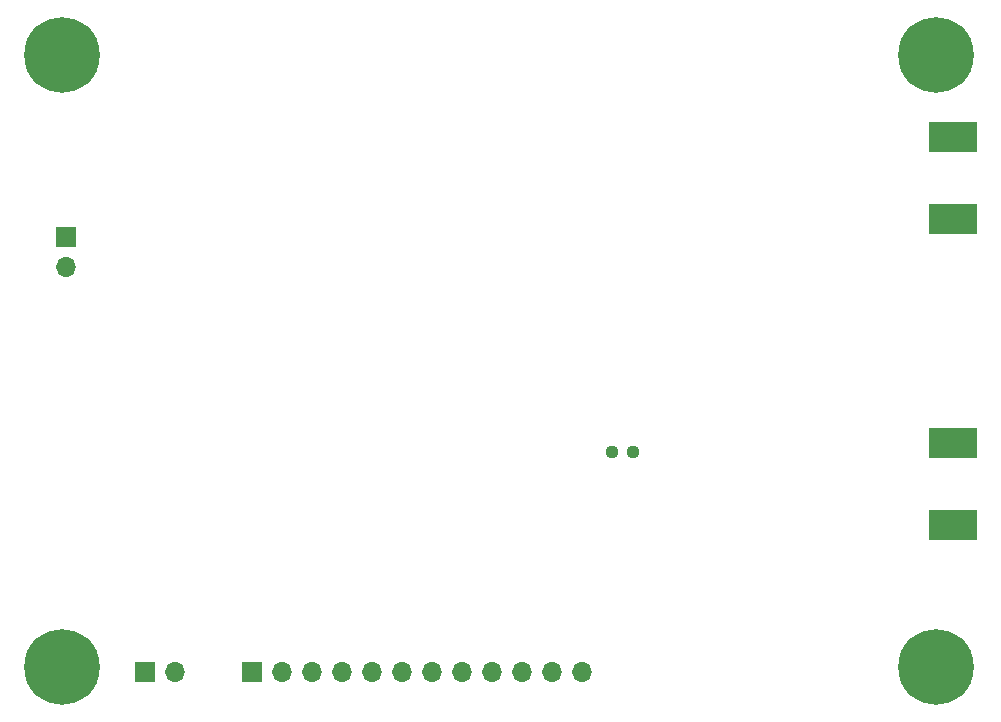
<source format=gbr>
%TF.GenerationSoftware,KiCad,Pcbnew,6.0.6-3a73a75311~116~ubuntu20.04.1*%
%TF.CreationDate,2022-09-22T11:08:13+01:00*%
%TF.ProjectId,UFOMothership,55464f4d-6f74-4686-9572-736869702e6b,rev?*%
%TF.SameCoordinates,Original*%
%TF.FileFunction,Soldermask,Bot*%
%TF.FilePolarity,Negative*%
%FSLAX46Y46*%
G04 Gerber Fmt 4.6, Leading zero omitted, Abs format (unit mm)*
G04 Created by KiCad (PCBNEW 6.0.6-3a73a75311~116~ubuntu20.04.1) date 2022-09-22 11:08:13*
%MOMM*%
%LPD*%
G01*
G04 APERTURE LIST*
G04 Aperture macros list*
%AMRoundRect*
0 Rectangle with rounded corners*
0 $1 Rounding radius*
0 $2 $3 $4 $5 $6 $7 $8 $9 X,Y pos of 4 corners*
0 Add a 4 corners polygon primitive as box body*
4,1,4,$2,$3,$4,$5,$6,$7,$8,$9,$2,$3,0*
0 Add four circle primitives for the rounded corners*
1,1,$1+$1,$2,$3*
1,1,$1+$1,$4,$5*
1,1,$1+$1,$6,$7*
1,1,$1+$1,$8,$9*
0 Add four rect primitives between the rounded corners*
20,1,$1+$1,$2,$3,$4,$5,0*
20,1,$1+$1,$4,$5,$6,$7,0*
20,1,$1+$1,$6,$7,$8,$9,0*
20,1,$1+$1,$8,$9,$2,$3,0*%
G04 Aperture macros list end*
%ADD10C,0.800000*%
%ADD11C,6.400000*%
%ADD12R,1.700000X1.700000*%
%ADD13O,1.700000X1.700000*%
%ADD14R,4.190000X2.665000*%
%ADD15RoundRect,0.237500X-0.250000X-0.237500X0.250000X-0.237500X0.250000X0.237500X-0.250000X0.237500X0*%
G04 APERTURE END LIST*
D10*
%TO.C,REF\u002A\u002A*%
X206200000Y-110600000D03*
D11*
X206200000Y-108200000D03*
D10*
X207897056Y-106502944D03*
X204502944Y-106502944D03*
X207897056Y-109897056D03*
X204502944Y-109897056D03*
X203800000Y-108200000D03*
X206200000Y-105800000D03*
X208600000Y-108200000D03*
%TD*%
D11*
%TO.C,REF\u002A\u002A*%
X206200000Y-56400000D03*
D10*
X207897056Y-54702944D03*
X204502944Y-58097056D03*
X207897056Y-58097056D03*
X208600000Y-56400000D03*
X206200000Y-58800000D03*
X206200000Y-54000000D03*
X204502944Y-54702944D03*
X203800000Y-56400000D03*
%TD*%
D12*
%TO.C,J6*%
X139260000Y-108600000D03*
D13*
X141800000Y-108600000D03*
%TD*%
D14*
%TO.C,J4*%
X207665000Y-70292500D03*
X207665000Y-63307500D03*
%TD*%
D10*
%TO.C,REF\u002A\u002A*%
X130502944Y-106502944D03*
X130502944Y-109897056D03*
X134600000Y-108200000D03*
X133897056Y-106502944D03*
X132200000Y-105800000D03*
X133897056Y-109897056D03*
D11*
X132200000Y-108200000D03*
D10*
X132200000Y-110600000D03*
X129800000Y-108200000D03*
%TD*%
D12*
%TO.C,J2*%
X148280000Y-108600000D03*
D13*
X150820000Y-108600000D03*
X153360000Y-108600000D03*
X155900000Y-108600000D03*
X158440000Y-108600000D03*
X160980000Y-108600000D03*
X163520000Y-108600000D03*
X166060000Y-108600000D03*
X168600000Y-108600000D03*
X171140000Y-108600000D03*
X173680000Y-108600000D03*
X176220000Y-108600000D03*
%TD*%
D10*
%TO.C,REF\u002A\u002A*%
X130502944Y-54702944D03*
X132200000Y-58800000D03*
X134600000Y-56400000D03*
X133897056Y-58097056D03*
D11*
X132200000Y-56400000D03*
D10*
X133897056Y-54702944D03*
X132200000Y-54000000D03*
X129800000Y-56400000D03*
X130502944Y-58097056D03*
%TD*%
D12*
%TO.C,J1*%
X132600000Y-71800000D03*
D13*
X132600000Y-74340000D03*
%TD*%
D14*
%TO.C,J3*%
X207665000Y-89215000D03*
X207665000Y-96200000D03*
%TD*%
D15*
%TO.C,R5*%
X178775000Y-90000000D03*
X180600000Y-90000000D03*
%TD*%
M02*

</source>
